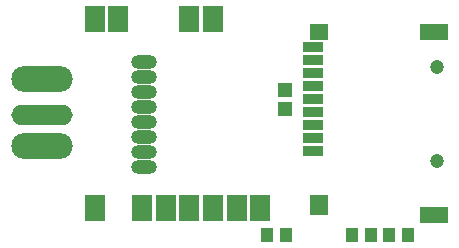
<source format=gbs>
%FSTAX25Y25*%
%MOIN*%
%SFA1B1*%

%IPPOS*%
%ADD52O,0.204850X0.086740*%
%ADD54C,0.047370*%
%ADD55R,0.043430X0.047370*%
%ADD56R,0.094610X0.055240*%
%ADD57R,0.063120X0.070990*%
%ADD58R,0.063120X0.055240*%
%ADD59R,0.070990X0.035560*%
%ADD60R,0.047370X0.045400*%
%ADD61O,0.086740X0.047370*%
%ADD62R,0.067060X0.086740*%
%ADD63O,0.204850X0.067060*%
%LNnano_rf_shied1_pcb1-1*%
%LPD*%
G54D52*
X011063Y0438189D03*
Y046063D03*
G54D54*
X024252Y0433391D03*
Y0464808D03*
G54D55*
X0185827Y0408661D03*
X0192126D03*
X0226378D03*
X0232677D03*
X0220473D03*
X0214173D03*
G54D56*
X0241339Y0415256D03*
Y0476279D03*
G54D57*
X020315Y0418799D03*
G54D58*
X020315Y0476279D03*
G54D59*
X0201181Y047126D03*
Y0466929D03*
Y0462598D03*
Y0458268D03*
Y0453937D03*
Y0449606D03*
Y0445276D03*
Y0440945D03*
Y0436614D03*
G54D60*
X0191732Y0450787D03*
Y0457087D03*
G54D61*
X0144882Y0431437D03*
Y0436437D03*
Y0441437D03*
Y0446437D03*
Y0451437D03*
Y0456437D03*
Y0461437D03*
Y0466437D03*
G54D62*
X0144095Y0417717D03*
X0167717Y0480709D03*
X0159843D03*
X0136221D03*
X0128347D03*
Y0417717D03*
X0151969D03*
X0159843D03*
X0167717D03*
X0175591D03*
X0183465D03*
G54D63*
X011063Y0448819D03*
M02*
</source>
